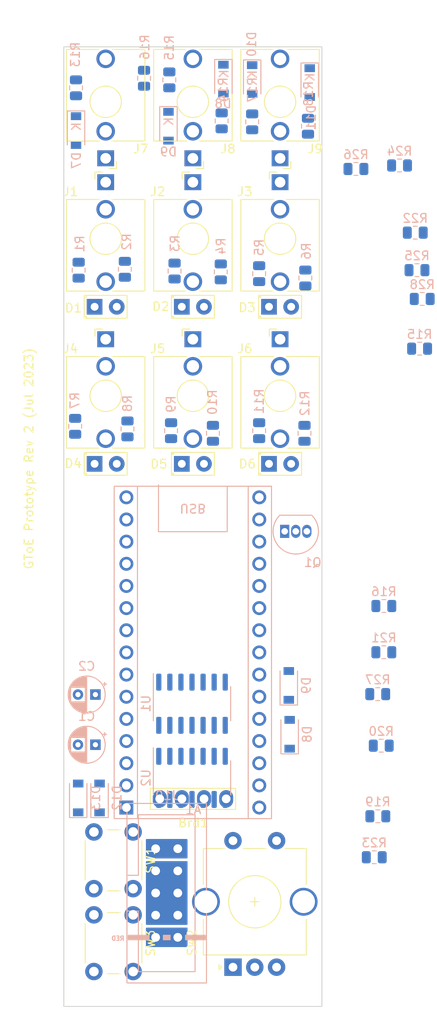
<source format=kicad_pcb>
(kicad_pcb (version 20211014) (generator pcbnew)

  (general
    (thickness 1.6)
  )

  (paper "A4")
  (layers
    (0 "F.Cu" signal)
    (31 "B.Cu" signal)
    (32 "B.Adhes" user "B.Adhesive")
    (33 "F.Adhes" user "F.Adhesive")
    (34 "B.Paste" user)
    (35 "F.Paste" user)
    (36 "B.SilkS" user "B.Silkscreen")
    (37 "F.SilkS" user "F.Silkscreen")
    (38 "B.Mask" user)
    (39 "F.Mask" user)
    (40 "Dwgs.User" user "User.Drawings")
    (41 "Cmts.User" user "User.Comments")
    (42 "Eco1.User" user "User.Eco1")
    (43 "Eco2.User" user "User.Eco2")
    (44 "Edge.Cuts" user)
    (45 "Margin" user)
    (46 "B.CrtYd" user "B.Courtyard")
    (47 "F.CrtYd" user "F.Courtyard")
    (48 "B.Fab" user)
    (49 "F.Fab" user)
    (50 "User.1" user)
    (51 "User.2" user)
    (52 "User.3" user)
    (53 "User.4" user)
    (54 "User.5" user)
    (55 "User.6" user)
    (56 "User.7" user)
    (57 "User.8" user)
    (58 "User.9" user)
  )

  (setup
    (stackup
      (layer "F.SilkS" (type "Top Silk Screen"))
      (layer "F.Paste" (type "Top Solder Paste"))
      (layer "F.Mask" (type "Top Solder Mask") (thickness 0.01))
      (layer "F.Cu" (type "copper") (thickness 0.035))
      (layer "dielectric 1" (type "core") (thickness 1.51) (material "FR4") (epsilon_r 4.5) (loss_tangent 0.02))
      (layer "B.Cu" (type "copper") (thickness 0.035))
      (layer "B.Mask" (type "Bottom Solder Mask") (thickness 0.01))
      (layer "B.Paste" (type "Bottom Solder Paste"))
      (layer "B.SilkS" (type "Bottom Silk Screen"))
      (copper_finish "None")
      (dielectric_constraints no)
    )
    (pad_to_mask_clearance 0)
    (aux_axis_origin 100 40)
    (pcbplotparams
      (layerselection 0x00010f0_ffffffff)
      (disableapertmacros false)
      (usegerberextensions false)
      (usegerberattributes true)
      (usegerberadvancedattributes true)
      (creategerberjobfile true)
      (svguseinch false)
      (svgprecision 6)
      (excludeedgelayer true)
      (plotframeref false)
      (viasonmask false)
      (mode 1)
      (useauxorigin false)
      (hpglpennumber 1)
      (hpglpenspeed 20)
      (hpglpendiameter 15.000000)
      (dxfpolygonmode true)
      (dxfimperialunits true)
      (dxfusepcbnewfont true)
      (psnegative false)
      (psa4output false)
      (plotreference true)
      (plotvalue true)
      (plotinvisibletext false)
      (sketchpadsonfab false)
      (subtractmaskfromsilk false)
      (outputformat 1)
      (mirror false)
      (drillshape 0)
      (scaleselection 1)
      (outputdirectory "Gerbers/")
    )
  )

  (net 0 "")
  (net 1 "Serial Out")
  (net 2 "Serial In")
  (net 3 "unconnected-(A1-Pad3)")
  (net 4 "GND")
  (net 5 "DIGITAL INPUT")
  (net 6 "ENC_D2")
  (net 7 "ENC_D1")
  (net 8 "Channel 1")
  (net 9 "Channel 2")
  (net 10 "Channel 3")
  (net 11 "Channel 4")
  (net 12 "Channel 5")
  (net 13 "Channel 6")
  (net 14 "START STOP BTN")
  (net 15 "SHIFT BTN")
  (net 16 "24ppqn OUT")
  (net 17 "unconnected-(A1-Pad17)")
  (net 18 "unconnected-(A1-Pad18)")
  (net 19 "unconnected-(A1-Pad20)")
  (net 20 "A1 INPUT")
  (net 21 "unconnected-(A1-Pad21)")
  (net 22 "ENC_BTN")
  (net 23 "I2C SDA")
  (net 24 "I2C SCL")
  (net 25 "+5V")
  (net 26 "unconnected-(A1-Pad28)")
  (net 27 "+12V")
  (net 28 "Net-(D1-Pad2)")
  (net 29 "Net-(D2-Pad2)")
  (net 30 "Net-(D3-Pad2)")
  (net 31 "Net-(D4-Pad2)")
  (net 32 "Net-(D5-Pad2)")
  (net 33 "Net-(D6-Pad2)")
  (net 34 "Net-(D7-Pad1)")
  (net 35 "Net-(J1-PadT)")
  (net 36 "unconnected-(J1-PadTN)")
  (net 37 "Net-(J2-PadT)")
  (net 38 "unconnected-(J2-PadTN)")
  (net 39 "Net-(J3-PadT)")
  (net 40 "unconnected-(J3-PadTN)")
  (net 41 "Net-(J4-PadT)")
  (net 42 "unconnected-(J4-PadTN)")
  (net 43 "Net-(J5-PadT)")
  (net 44 "unconnected-(J5-PadTN)")
  (net 45 "Net-(J6-PadT)")
  (net 46 "unconnected-(J6-PadTN)")
  (net 47 "Net-(J7-PadT)")
  (net 48 "unconnected-(J7-PadTN)")
  (net 49 "Net-(J8-PadT)")
  (net 50 "unconnected-(J8-PadTN)")
  (net 51 "Net-(J9-PadT)")
  (net 52 "unconnected-(J9-PadTN)")
  (net 53 "CV2 INPUT")
  (net 54 "-12V")
  (net 55 "CV1 INPUT")
  (net 56 "unconnected-(A1-Pad6)")
  (net 57 "Net-(D12-Pad1)")
  (net 58 "Net-(D13-Pad2)")
  (net 59 "Net-(R1-Pad1)")
  (net 60 "Net-(R3-Pad1)")
  (net 61 "Net-(R5-Pad1)")
  (net 62 "Net-(R7-Pad1)")
  (net 63 "Net-(R10-Pad2)")
  (net 64 "Net-(R11-Pad1)")
  (net 65 "Net-(R15-Pad1)")
  (net 66 "Net-(R17-Pad2)")
  (net 67 "Net-(R19-Pad1)")
  (net 68 "Net-(R21-Pad1)")
  (net 69 "Net-(R23-Pad1)")
  (net 70 "Net-(R25-Pad1)")

  (footprint "gtoe:thonkiconn" (layer "F.Cu") (at 124.8 46.3 180))

  (footprint "gtoe:button" (layer "F.Cu") (at 105.7 142.75 -90))

  (footprint "gtoe:FlatTopLed" (layer "F.Cu") (at 114.8 87.8))

  (footprint "gtoe:thonkiconn" (layer "F.Cu") (at 114.8 62))

  (footprint "gtoe:thonkiconn" (layer "F.Cu") (at 114.8 80))

  (footprint "gtoe:thonkiconn" (layer "F.Cu") (at 114.8 46.3 180))

  (footprint "gtoe:FlatTopLed" (layer "F.Cu") (at 104.8 87.8))

  (footprint "gtoe:FlatTopLed" (layer "F.Cu") (at 124.8 69.8))

  (footprint "gtoe:thonkiconn" (layer "F.Cu") (at 124.8 62))

  (footprint "gtoe:FlatTopLed" (layer "F.Cu") (at 114.8 69.8))

  (footprint "gtoe:SwitchEncoder" (layer "F.Cu") (at 121.9 138 90))

  (footprint "gtoe:thonkiconn" (layer "F.Cu") (at 124.8 80))

  (footprint "gtoe:I2C SSD1306" (layer "F.Cu") (at 114.8 115.6 180))

  (footprint "gtoe:thonkiconn" (layer "F.Cu") (at 104.8 62))

  (footprint "gtoe:FlatTopLed" (layer "F.Cu") (at 124.8 87.8))

  (footprint "gtoe:FlatTopLed" (layer "F.Cu") (at 104.8 69.8))

  (footprint "gtoe:thonkiconn" (layer "F.Cu") (at 104.8 80))

  (footprint "gtoe:thonkiconn" (layer "F.Cu") (at 104.8 46.3 180))

  (footprint "gtoe:button" (layer "F.Cu") (at 105.7 133.25 -90))

  (footprint "Diode_SMD:D_SOD-123" (layer "B.Cu") (at 101.65 126.1 90))

  (footprint "Resistor_SMD:R_0805_2012Metric" (layer "B.Cu") (at 118.1 48.4875 -90))

  (footprint "Resistor_SMD:R_0805_2012Metric" (layer "B.Cu") (at 112.1 43.7875 90))

  (footprint "Resistor_SMD:R_0805_2012Metric" (layer "B.Cu") (at 140.3 61.3 180))

  (footprint "Capacitor_THT:CP_Radial_D4.0mm_P2.00mm" (layer "B.Cu") (at 103.6226 120 180))

  (footprint "Resistor_SMD:R_0805_2012Metric" (layer "B.Cu") (at 141.1 68.9 180))

  (footprint "Diode_SMD:D_SOD-123" (layer "B.Cu") (at 104.1 126.1 90))

  (footprint "Resistor_SMD:R_0805_2012Metric" (layer "B.Cu") (at 136.7 104.1 180))

  (footprint "Resistor_SMD:R_0805_2012Metric" (layer "B.Cu") (at 109.2 43.6 -90))

  (footprint "Resistor_SMD:R_0805_2012Metric" (layer "B.Cu") (at 121.6 48.6 90))

  (footprint "Package_SO:SO-14_3.9x8.65mm_P1.27mm" (layer "B.Cu") (at 114.7 123.8 -90))

  (footprint "Diode_SMD:D_SOD-123" (layer "B.Cu") (at 128.2 44.1 -90))

  (footprint "Resistor_SMD:R_0805_2012Metric" (layer "B.Cu") (at 127.7 66.5 90))

  (footprint "Resistor_SMD:R_0805_2012Metric" (layer "B.Cu") (at 136 114.2 180))

  (footprint "Diode_SMD:D_SOD-123" (layer "B.Cu") (at 112 49.1 -90))

  (footprint "Resistor_SMD:R_0805_2012Metric" (layer "B.Cu") (at 122.4 66 -90))

  (footprint "Resistor_SMD:R_0805_2012Metric" (layer "B.Cu") (at 128 49.1 -90))

  (footprint "gtoe:Arduino_Nano (adjusted courtyard)" (layer "B.Cu") (at 114.8 112))

  (footprint "Resistor_SMD:R_0805_2012Metric" (layer "B.Cu") (at 122.4 84 -90))

  (footprint "Package_SO:SO-14_3.9x8.65mm_P1.27mm" (layer "B.Cu") (at 114.7 115.3 -90))

  (footprint "Resistor_SMD:R_0805_2012Metric" (layer "B.Cu") (at 112.3 84 -90))

  (footprint "Resistor_SMD:R_0805_2012Metric" (layer "B.Cu") (at 118 65.8 90))

  (footprint "Resistor_SMD:R_0805_2012Metric" (layer "B.Cu") (at 127.6 84.3 90))

  (footprint "Resistor_SMD:R_0805_2012Metric" (layer "B.Cu")
    (tedit 5F68FEEE) (tstamp 6d9f2080-9e2d-40f8-aa80-8140813dab12)
    (at 140.5 65.6 180)
    (descr "Resistor SMD 0805 (2012 Metric), square (rectangular) end terminal, IPC_7351 nominal, (Body size source: IPC-SM-782 page 72, https://www.pcb-3d.com/wordpress/wp-content/uploads/ipc-sm-782a_amendment_1_and_2.pdf), generated with kicad-footprint-generator")
    (tags "resistor")
    (property "Sheetfile" "gtoe.kicad_sch")
    (property "Sheetname" "")
    (path "/ffc65b0f-824c-4cf4-8f44-7b92eb0e2941")
    (attr smd)
    (fp_text reference "R25" (at 0 1.65) (layer "B.SilkS")
      (effects (font (size 1 1) (thickness 0.15)) (justify mirror))
      (tstamp 5900ec3d-eae4-4c61-bb9f-4b8dc09a80aa)
    )
    (fp_text value "1K" (at 0 -1.65) (layer "B.Fab")
      (effects (font (size 1 1) (thickness 0.15)) (justify mirror))
      (tstamp c3b46800-98a2-43eb-801a-df3c9d32fdba)
    )
    (fp_text user "${REFERENCE}" (at 0 0) (layer "B.Fab")
      (effects (font (size 0.5 0.5) (thickness 0.08)) (justify mirror))
      (tstamp 6b7e23d0-d090-4e6d-9b26-e8408a666106)
    )
    (fp_line (start -0.227064 0.735) (end 0.227064 0.735) (layer "B.SilkS") (width 0.12) (tstamp 0eb2cfdf-14aa-4c39-9377-d51fd5c43169))
    (fp_line (start -0.227064 -0.735) (end 0.227064 -0.735) (layer "B.SilkS") (width 0.12) (tstamp a3225b5b-44d0-4a54-9bb1-6a6eac90e113))
    (fp_line (start 1.68 -0.95) (end -1.68 -0.95) (layer "B.CrtYd") (width 0.05) (tstamp 32de86de-0125-4db0-82cc-f03463b4cbaf))
    (fp_line (start -1.68 0.95) (end 1.68 0.95) (layer "B.CrtYd") (width 0.05) (tstamp 9f86d17a-3a6c-4874-9fd6-e0dd4846fbfd))
    (fp_line (start -1.68 -0.95) (end -1.68 0.95) (layer "B.CrtYd") (width 0.05) (tstamp ae11f61c-7899-4692-b3ba-4d5eca1e32da))
    (fp_line (start 1.68 0.95) (end 1.68 -0.95) (layer "B.CrtYd") (width 0.05) (tstamp c309b2ad-0c92-4a69-8aa4-d58cd691b1b5)
... [88298 chars truncated]
</source>
